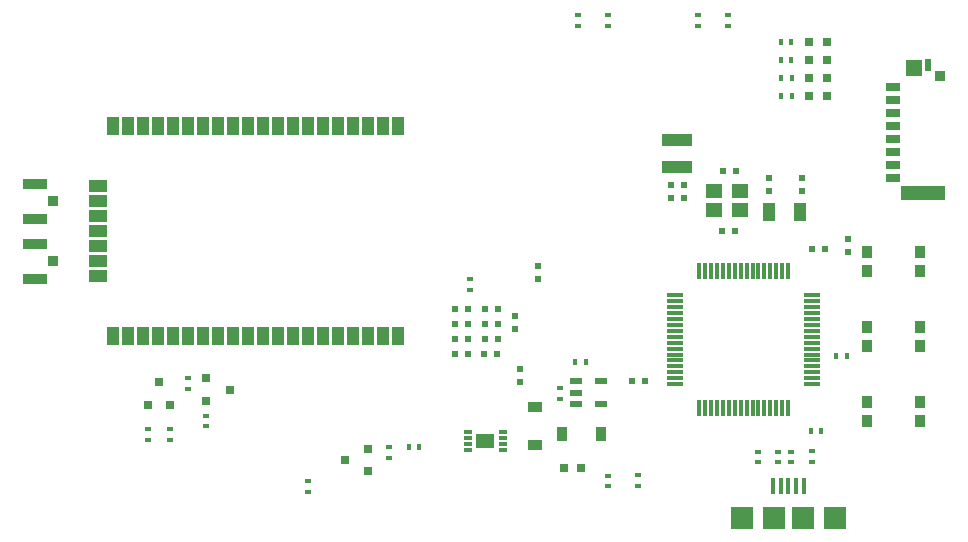
<source format=gtp>
G04 #@! TF.FileFunction,Paste,Top*
%FSLAX46Y46*%
G04 Gerber Fmt 4.6, Leading zero omitted, Abs format (unit mm)*
G04 Created by KiCad (PCBNEW 4.0.2-stable) date Mon 29 Aug 2016 22:28:05 CEST*
%MOMM*%
G01*
G04 APERTURE LIST*
%ADD10C,0.100000*%
%ADD11R,0.797560X0.797560*%
%ADD12R,2.100000X0.950000*%
%ADD13R,0.950000X0.900000*%
%ADD14R,1.400000X1.200000*%
%ADD15R,0.600000X0.500000*%
%ADD16R,0.500000X0.600000*%
%ADD17R,0.600000X0.400000*%
%ADD18R,0.400000X0.600000*%
%ADD19R,0.800100X0.800100*%
%ADD20R,1.220000X0.910000*%
%ADD21R,1.300000X0.700000*%
%ADD22R,1.400000X1.450000*%
%ADD23R,0.850000X0.950000*%
%ADD24R,0.600000X1.000000*%
%ADD25R,3.790000X1.200000*%
%ADD26R,1.000000X1.550000*%
%ADD27R,2.540000X1.016000*%
%ADD28R,0.910000X1.220000*%
%ADD29R,1.897380X1.897380*%
%ADD30R,0.398780X1.348740*%
%ADD31R,0.398780X1.346200*%
%ADD32R,1.016000X1.524000*%
%ADD33R,1.524000X1.016000*%
%ADD34R,1.400000X0.300000*%
%ADD35R,0.300000X1.400000*%
%ADD36R,0.749300X0.297180*%
%ADD37R,1.549400X1.249680*%
%ADD38R,1.000760X0.599440*%
%ADD39R,0.900000X1.000000*%
G04 APERTURE END LIST*
D10*
D11*
X153820000Y-97518000D03*
X155318600Y-97518000D03*
X153820000Y-95994000D03*
X155318600Y-95994000D03*
X153820000Y-94470000D03*
X155318600Y-94470000D03*
X153820000Y-92946000D03*
X155318600Y-92946000D03*
D12*
X88287000Y-107883000D03*
X88287000Y-104933000D03*
D13*
X89812000Y-106408000D03*
D14*
X147955500Y-105506500D03*
X145755500Y-105506500D03*
X147955500Y-107106500D03*
X145755500Y-107106500D03*
D15*
X154032000Y-110472000D03*
X155132000Y-110472000D03*
X147617500Y-103804500D03*
X146517500Y-103804500D03*
X146412000Y-108948000D03*
X147512000Y-108948000D03*
X126388000Y-116822000D03*
X127488000Y-116822000D03*
D16*
X150391000Y-105519000D03*
X150391000Y-104419000D03*
X153185000Y-105519000D03*
X153185000Y-104419000D03*
D15*
X139892000Y-121648000D03*
X138792000Y-121648000D03*
D16*
X130833000Y-111912000D03*
X130833000Y-113012000D03*
X129309000Y-121732000D03*
X129309000Y-120632000D03*
D15*
X126388000Y-118092000D03*
X127488000Y-118092000D03*
X124906000Y-115552000D03*
X123806000Y-115552000D03*
D16*
X128928000Y-117203000D03*
X128928000Y-116103000D03*
D15*
X124948000Y-116822000D03*
X123848000Y-116822000D03*
X124948000Y-119362000D03*
X123848000Y-119362000D03*
X124948000Y-118092000D03*
X123848000Y-118092000D03*
X126304000Y-119362000D03*
X127404000Y-119362000D03*
X126388000Y-115552000D03*
X127488000Y-115552000D03*
D17*
X139342000Y-129580000D03*
X139342000Y-130480000D03*
X136802000Y-129638000D03*
X136802000Y-130538000D03*
X134262000Y-91560000D03*
X134262000Y-90660000D03*
X136802000Y-91560000D03*
X136802000Y-90660000D03*
X144422000Y-90660000D03*
X144422000Y-91560000D03*
X146962000Y-90660000D03*
X146962000Y-91560000D03*
X149502000Y-127617000D03*
X149502000Y-128517000D03*
X151153000Y-127606000D03*
X151153000Y-128506000D03*
X152232500Y-127606000D03*
X152232500Y-128506000D03*
D18*
X151407000Y-97518000D03*
X152307000Y-97518000D03*
D17*
X154074000Y-127548000D03*
X154074000Y-128448000D03*
D18*
X153936000Y-125839000D03*
X154836000Y-125839000D03*
X151407000Y-95994000D03*
X152307000Y-95994000D03*
X151396000Y-94470000D03*
X152296000Y-94470000D03*
X151396000Y-92946000D03*
X152296000Y-92946000D03*
D17*
X99707000Y-126612000D03*
X99707000Y-125712000D03*
D16*
X157122000Y-110726000D03*
X157122000Y-109626000D03*
D15*
X142094000Y-105011000D03*
X143194000Y-105011000D03*
X142136000Y-106154000D03*
X143236000Y-106154000D03*
D17*
X102766000Y-125469000D03*
X102766000Y-124569000D03*
X97813000Y-125712000D03*
X97813000Y-126612000D03*
X101242000Y-122294000D03*
X101242000Y-121394000D03*
D19*
X97818000Y-123680000D03*
X99718000Y-123680000D03*
X98768000Y-121681020D03*
X102766000Y-121394000D03*
X102766000Y-123294000D03*
X104764980Y-122344000D03*
X116482000Y-129268000D03*
X116482000Y-127368000D03*
X114483020Y-128318000D03*
D18*
X134897000Y-119997000D03*
X133997000Y-119997000D03*
D17*
X132738000Y-123114000D03*
X132738000Y-122214000D03*
D18*
X120800000Y-127236000D03*
X119900000Y-127236000D03*
D17*
X118260000Y-127236000D03*
X118260000Y-128136000D03*
D18*
X156106000Y-119489000D03*
X157006000Y-119489000D03*
D12*
X88287000Y-112963000D03*
X88287000Y-110013000D03*
D13*
X89812000Y-111488000D03*
D20*
X130579000Y-127077000D03*
X130579000Y-123807000D03*
D21*
X160932000Y-104458000D03*
X160932000Y-103358000D03*
X160932000Y-102258000D03*
X160932000Y-101158000D03*
X160932000Y-100058000D03*
X160932000Y-98958000D03*
X160932000Y-97858000D03*
X160932000Y-96758000D03*
D22*
X162632000Y-95133000D03*
D23*
X164857000Y-95833000D03*
D24*
X163882000Y-94908000D03*
D25*
X163392000Y-105688000D03*
D17*
X111402000Y-130988000D03*
X111402000Y-130088000D03*
D26*
X150391000Y-107297000D03*
X152991000Y-107297000D03*
D17*
X125118000Y-113012000D03*
X125118000Y-113912000D03*
D27*
X142644000Y-101201000D03*
X142644000Y-103487000D03*
D28*
X132897000Y-126093000D03*
X136167000Y-126093000D03*
D11*
X133004700Y-129014000D03*
X134503300Y-129014000D03*
D29*
X150843120Y-133212620D03*
X153240880Y-133212620D03*
X155991700Y-133212620D03*
X148092300Y-133212620D03*
D30*
X150741520Y-130538000D03*
D31*
X151394300Y-130538000D03*
X152042000Y-130538000D03*
X152689700Y-130538000D03*
X153342480Y-130538000D03*
D32*
X119022000Y-117838000D03*
X117752000Y-117838000D03*
X116482000Y-117838000D03*
X115212000Y-117838000D03*
X113942000Y-117838000D03*
X112672000Y-117838000D03*
X111402000Y-117838000D03*
X110132000Y-117838000D03*
X108862000Y-117838000D03*
X107592000Y-117838000D03*
X106322000Y-117838000D03*
X105052000Y-117838000D03*
X103782000Y-117838000D03*
X102512000Y-117838000D03*
X101242000Y-117838000D03*
X99972000Y-117838000D03*
X98702000Y-117838000D03*
X97432000Y-117838000D03*
X96162000Y-117838000D03*
X94892000Y-117838000D03*
X94892000Y-100058000D03*
D33*
X93622000Y-112758000D03*
X93622000Y-111488000D03*
X93622000Y-110218000D03*
X93622000Y-108948000D03*
X93622000Y-107678000D03*
X93622000Y-106408000D03*
X93622000Y-105138000D03*
D32*
X96162000Y-100058000D03*
X97432000Y-100058000D03*
X98702000Y-100058000D03*
X99972000Y-100058000D03*
X101242000Y-100058000D03*
X102512000Y-100058000D03*
X103782000Y-100058000D03*
X105052000Y-100058000D03*
X106322000Y-100058000D03*
X107592000Y-100058000D03*
X108862000Y-100058000D03*
X110132000Y-100058000D03*
X111402000Y-100058000D03*
X112672000Y-100058000D03*
X113942000Y-100058000D03*
X115212000Y-100058000D03*
X116482000Y-100058000D03*
X117752000Y-100058000D03*
X119022000Y-100058000D03*
D34*
X154052000Y-115884000D03*
X154052000Y-114384000D03*
X154052000Y-114884000D03*
X154052000Y-115384000D03*
X154052000Y-116384000D03*
X154052000Y-116884000D03*
X154052000Y-117384000D03*
X154052000Y-117884000D03*
X154052000Y-118384000D03*
X154052000Y-118884000D03*
X154052000Y-119384000D03*
X154052000Y-119884000D03*
X154052000Y-120384000D03*
X154052000Y-120884000D03*
X154052000Y-121384000D03*
X154052000Y-121884000D03*
D35*
X146002000Y-123934000D03*
X144502000Y-123934000D03*
X145002000Y-123934000D03*
X145502000Y-123934000D03*
X146502000Y-123934000D03*
X147002000Y-123934000D03*
X147502000Y-123934000D03*
X148002000Y-123934000D03*
X148502000Y-123934000D03*
X149002000Y-123934000D03*
X149502000Y-123934000D03*
X150002000Y-123934000D03*
X150502000Y-123934000D03*
X151002000Y-123934000D03*
X151502000Y-123934000D03*
X152002000Y-123934000D03*
D34*
X142452000Y-121884000D03*
X142452000Y-121384000D03*
X142452000Y-120884000D03*
X142452000Y-120384000D03*
X142452000Y-119884000D03*
X142452000Y-119384000D03*
X142452000Y-118884000D03*
X142452000Y-118384000D03*
X142452000Y-117884000D03*
X142452000Y-117384000D03*
X142452000Y-116884000D03*
X142452000Y-116384000D03*
X142452000Y-115384000D03*
X142452000Y-114884000D03*
X142452000Y-114384000D03*
X142452000Y-115884000D03*
D35*
X150502000Y-112334000D03*
X152002000Y-112334000D03*
X151502000Y-112334000D03*
X151002000Y-112334000D03*
X150002000Y-112334000D03*
X149502000Y-112334000D03*
X149002000Y-112334000D03*
X148502000Y-112334000D03*
X148002000Y-112334000D03*
X147502000Y-112334000D03*
X147002000Y-112334000D03*
X146502000Y-112334000D03*
X146002000Y-112334000D03*
X145502000Y-112334000D03*
X145002000Y-112334000D03*
X144502000Y-112334000D03*
D36*
X124940200Y-125978700D03*
X124940200Y-126481620D03*
X124940200Y-126974380D03*
X124940200Y-127477300D03*
X127835800Y-127477300D03*
X127835800Y-126974380D03*
X127835800Y-126481620D03*
X127835800Y-125978700D03*
D37*
X126388000Y-126728000D03*
D38*
X134053720Y-121648000D03*
X134053720Y-123553000D03*
X134053720Y-122600500D03*
X136167000Y-123553000D03*
X136167000Y-121648000D03*
D39*
X158657000Y-112288000D03*
X163207000Y-110688000D03*
X158657000Y-110688000D03*
X163207000Y-112288000D03*
X158657000Y-124988000D03*
X163207000Y-123388000D03*
X158657000Y-123388000D03*
X163207000Y-124988000D03*
X158657000Y-118638000D03*
X163207000Y-117038000D03*
X158657000Y-117038000D03*
X163207000Y-118638000D03*
M02*

</source>
